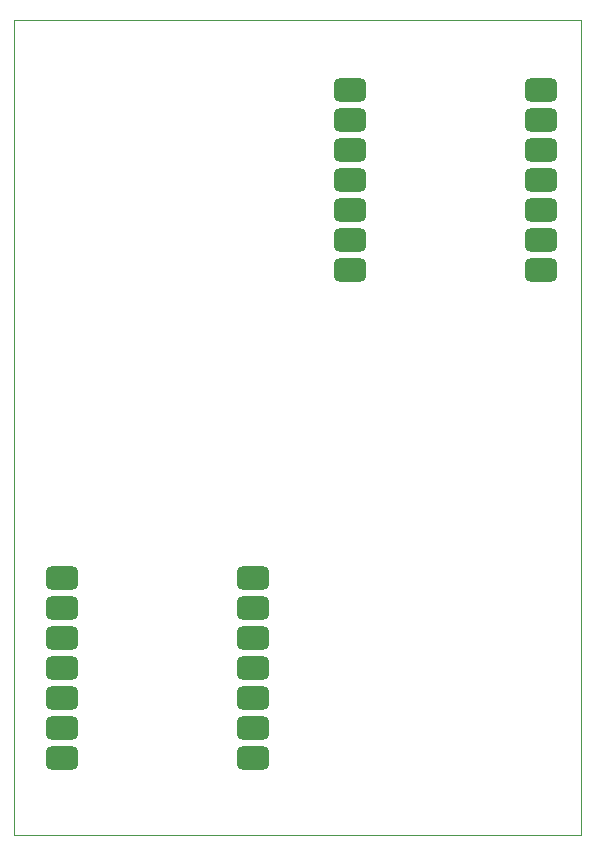
<source format=gbr>
%TF.GenerationSoftware,KiCad,Pcbnew,9.0.2*%
%TF.CreationDate,2025-07-01T01:27:04-05:00*%
%TF.ProjectId,MagMesh,4d61674d-6573-4682-9e6b-696361645f70,rev?*%
%TF.SameCoordinates,Original*%
%TF.FileFunction,Paste,Top*%
%TF.FilePolarity,Positive*%
%FSLAX46Y46*%
G04 Gerber Fmt 4.6, Leading zero omitted, Abs format (unit mm)*
G04 Created by KiCad (PCBNEW 9.0.2) date 2025-07-01 01:27:04*
%MOMM*%
%LPD*%
G01*
G04 APERTURE LIST*
G04 Aperture macros list*
%AMRoundRect*
0 Rectangle with rounded corners*
0 $1 Rounding radius*
0 $2 $3 $4 $5 $6 $7 $8 $9 X,Y pos of 4 corners*
0 Add a 4 corners polygon primitive as box body*
4,1,4,$2,$3,$4,$5,$6,$7,$8,$9,$2,$3,0*
0 Add four circle primitives for the rounded corners*
1,1,$1+$1,$2,$3*
1,1,$1+$1,$4,$5*
1,1,$1+$1,$6,$7*
1,1,$1+$1,$8,$9*
0 Add four rect primitives between the rounded corners*
20,1,$1+$1,$2,$3,$4,$5,0*
20,1,$1+$1,$4,$5,$6,$7,0*
20,1,$1+$1,$6,$7,$8,$9,0*
20,1,$1+$1,$8,$9,$2,$3,0*%
G04 Aperture macros list end*
%ADD10RoundRect,0.500000X-0.875000X-0.500000X0.875000X-0.500000X0.875000X0.500000X-0.875000X0.500000X0*%
%TA.AperFunction,Profile*%
%ADD11C,0.050000*%
%TD*%
G04 APERTURE END LIST*
D10*
%TO.C,U1*%
X182890000Y-73880000D03*
X182890000Y-76420000D03*
X182890000Y-78960000D03*
X182890000Y-81500000D03*
X182890000Y-84040000D03*
X182890000Y-86580000D03*
X182890000Y-89120000D03*
X199055000Y-89120000D03*
X199055000Y-86580000D03*
X199055000Y-84040000D03*
X199055000Y-81500000D03*
X199055000Y-78960000D03*
X199055000Y-76420000D03*
X199055000Y-73880000D03*
%TD*%
%TO.C,U2*%
X158504500Y-115191800D03*
X158504500Y-117731800D03*
X158504500Y-120271800D03*
X158504500Y-122811800D03*
X158504500Y-125351800D03*
X158504500Y-127891800D03*
X158504500Y-130431800D03*
X174669500Y-130431800D03*
X174669500Y-127891800D03*
X174669500Y-125351800D03*
X174669500Y-122811800D03*
X174669500Y-120271800D03*
X174669500Y-117731800D03*
X174669500Y-115191800D03*
%TD*%
D11*
X154500000Y-68000000D02*
X202500000Y-68000000D01*
X202500000Y-137000000D01*
X154500000Y-137000000D01*
X154500000Y-68000000D01*
M02*

</source>
